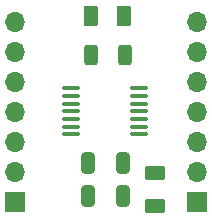
<source format=gbr>
%TF.GenerationSoftware,KiCad,Pcbnew,(7.0.0)*%
%TF.CreationDate,2023-04-14T16:10:04+02:00*%
%TF.ProjectId,ATtiny-final,41547469-6e79-42d6-9669-6e616c2e6b69,rev?*%
%TF.SameCoordinates,Original*%
%TF.FileFunction,Soldermask,Top*%
%TF.FilePolarity,Negative*%
%FSLAX46Y46*%
G04 Gerber Fmt 4.6, Leading zero omitted, Abs format (unit mm)*
G04 Created by KiCad (PCBNEW (7.0.0)) date 2023-04-14 16:10:04*
%MOMM*%
%LPD*%
G01*
G04 APERTURE LIST*
G04 Aperture macros list*
%AMRoundRect*
0 Rectangle with rounded corners*
0 $1 Rounding radius*
0 $2 $3 $4 $5 $6 $7 $8 $9 X,Y pos of 4 corners*
0 Add a 4 corners polygon primitive as box body*
4,1,4,$2,$3,$4,$5,$6,$7,$8,$9,$2,$3,0*
0 Add four circle primitives for the rounded corners*
1,1,$1+$1,$2,$3*
1,1,$1+$1,$4,$5*
1,1,$1+$1,$6,$7*
1,1,$1+$1,$8,$9*
0 Add four rect primitives between the rounded corners*
20,1,$1+$1,$2,$3,$4,$5,0*
20,1,$1+$1,$4,$5,$6,$7,0*
20,1,$1+$1,$6,$7,$8,$9,0*
20,1,$1+$1,$8,$9,$2,$3,0*%
G04 Aperture macros list end*
%ADD10RoundRect,0.250000X0.325000X0.650000X-0.325000X0.650000X-0.325000X-0.650000X0.325000X-0.650000X0*%
%ADD11RoundRect,0.250000X0.375000X0.625000X-0.375000X0.625000X-0.375000X-0.625000X0.375000X-0.625000X0*%
%ADD12RoundRect,0.250000X0.312500X0.625000X-0.312500X0.625000X-0.312500X-0.625000X0.312500X-0.625000X0*%
%ADD13RoundRect,0.250000X0.625000X-0.375000X0.625000X0.375000X-0.625000X0.375000X-0.625000X-0.375000X0*%
%ADD14RoundRect,0.100000X0.637500X0.100000X-0.637500X0.100000X-0.637500X-0.100000X0.637500X-0.100000X0*%
%ADD15R,1.700000X1.700000*%
%ADD16O,1.700000X1.700000*%
G04 APERTURE END LIST*
D10*
%TO.C,C1*%
X152701000Y-106150000D03*
X149751000Y-106150000D03*
%TD*%
D11*
%TO.C,D2*%
X152825000Y-90890000D03*
X150025000Y-90890000D03*
%TD*%
D10*
%TO.C,C2*%
X152701000Y-103400000D03*
X149751000Y-103400000D03*
%TD*%
D12*
%TO.C,R1*%
X152946000Y-94230000D03*
X150021000Y-94230000D03*
%TD*%
D13*
%TO.C,D1*%
X155476000Y-107050000D03*
X155476000Y-104250000D03*
%TD*%
D14*
%TO.C,U1*%
X154088500Y-100950000D03*
X154088500Y-100300000D03*
X154088500Y-99650000D03*
X154088500Y-99000000D03*
X154088500Y-98350000D03*
X154088500Y-97700000D03*
X154088500Y-97050000D03*
X148363500Y-97050000D03*
X148363500Y-97700000D03*
X148363500Y-98350000D03*
X148363500Y-99000000D03*
X148363500Y-99650000D03*
X148363500Y-100300000D03*
X148363500Y-100950000D03*
%TD*%
D15*
%TO.C,J1*%
X158999999Y-106699999D03*
D16*
X158999999Y-104159999D03*
X158999999Y-101619999D03*
X158999999Y-99079999D03*
X158999999Y-96539999D03*
X158999999Y-93999999D03*
X158999999Y-91459999D03*
%TD*%
D15*
%TO.C,J2*%
X143599999Y-106659999D03*
D16*
X143599999Y-104119999D03*
X143599999Y-101579999D03*
X143599999Y-99039999D03*
X143599999Y-96499999D03*
X143599999Y-93959999D03*
X143599999Y-91419999D03*
%TD*%
M02*

</source>
